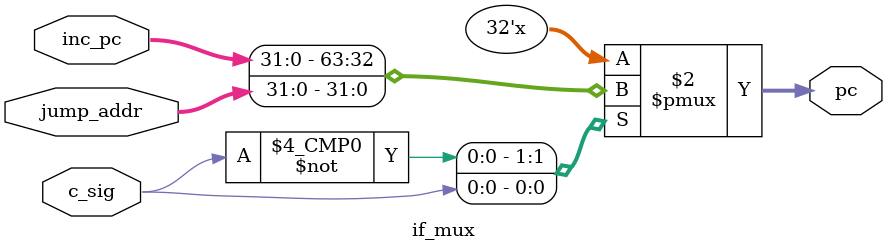
<source format=v>
`timescale 1ns / 1ps

module if_mux(c_sig,inc_pc,jump_addr,pc);
input c_sig;
input [31:0] inc_pc;
input [31:0] jump_addr;
output reg [31:0] pc;

always @(*) begin
       case(c_sig)
             0 : pc = inc_pc;
             1 : pc = jump_addr;
             default : pc = inc_pc;
       endcase
end
endmodule

</source>
